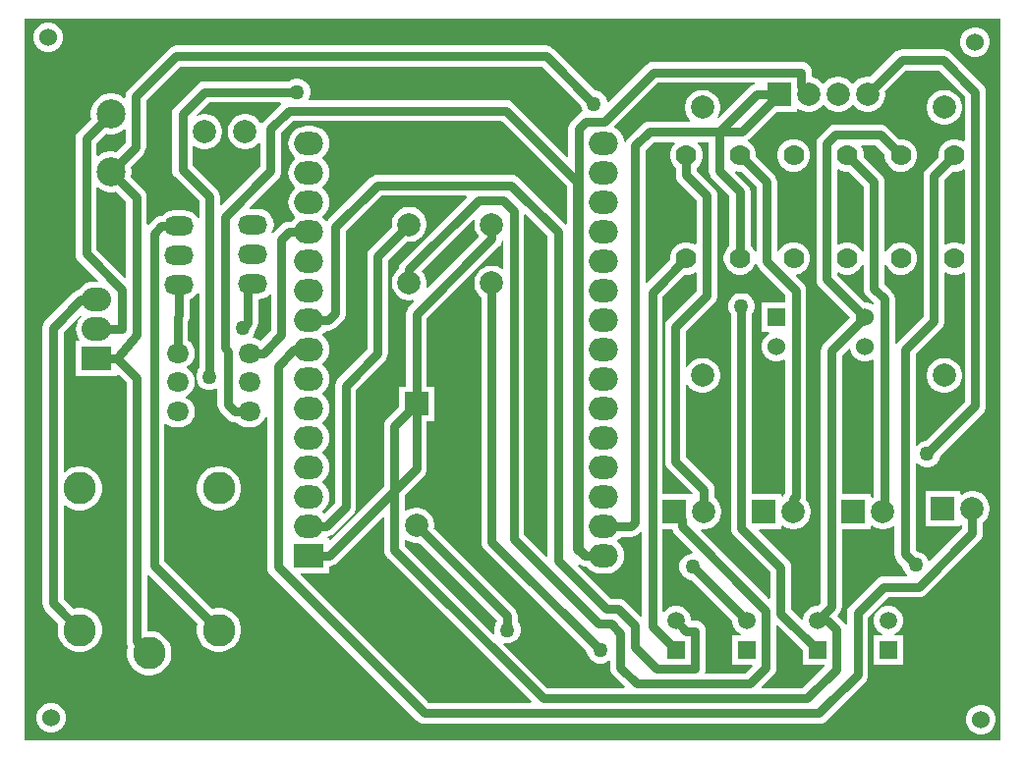
<source format=gtl>
G04*
G04 #@! TF.GenerationSoftware,Altium Limited,Altium Designer,21.3.2 (30)*
G04*
G04 Layer_Physical_Order=1*
G04 Layer_Color=255*
%FSTAX24Y24*%
%MOIN*%
G70*
G04*
G04 #@! TF.SameCoordinates,FD8D8422-8178-4DE3-8D18-A0C0927E7843*
G04*
G04*
G04 #@! TF.FilePolarity,Positive*
G04*
G01*
G75*
%ADD43C,0.0300*%
%ADD44C,0.0600*%
%ADD45C,0.0984*%
%ADD46O,0.0750X0.0650*%
%ADD47O,0.1000X0.0660*%
%ADD48R,0.1000X0.0800*%
%ADD49O,0.1000X0.0800*%
%ADD50R,0.0787X0.0787*%
%ADD51C,0.0787*%
%ADD52C,0.0787*%
%ADD53C,0.0700*%
%ADD54O,0.0984X0.0787*%
%ADD55R,0.0984X0.0787*%
%ADD56R,0.0591X0.0591*%
%ADD57C,0.0591*%
%ADD58C,0.1100*%
%ADD59R,0.0600X0.0600*%
%ADD60R,0.0787X0.0787*%
%ADD61C,0.0500*%
G36*
X06095Y01925D02*
X02785D01*
Y04375D01*
X06095D01*
Y01925D01*
D02*
G37*
%LPC*%
G36*
X028716Y0436D02*
X028584D01*
X028457Y043566D01*
X028343Y0435D01*
X02825Y043407D01*
X028184Y043293D01*
X02815Y043166D01*
Y043034D01*
X028184Y042907D01*
X02825Y042793D01*
X028343Y0427D01*
X028457Y042634D01*
X028584Y0426D01*
X028716D01*
X028843Y042634D01*
X028957Y0427D01*
X02905Y042793D01*
X029116Y042907D01*
X02915Y043034D01*
Y043166D01*
X029116Y043293D01*
X02905Y043407D01*
X028957Y0435D01*
X028843Y043566D01*
X028716Y0436D01*
D02*
G37*
G36*
X060166Y04345D02*
X060034D01*
X059907Y043416D01*
X059793Y04335D01*
X0597Y043257D01*
X059634Y043143D01*
X0596Y043016D01*
Y042884D01*
X059634Y042757D01*
X0597Y042643D01*
X059793Y04255D01*
X059907Y042484D01*
X060034Y04245D01*
X060166D01*
X060293Y042484D01*
X060407Y04255D01*
X0605Y042643D01*
X060566Y042757D01*
X0606Y042884D01*
Y043016D01*
X060566Y043143D01*
X0605Y043257D01*
X060407Y04335D01*
X060293Y043416D01*
X060166Y04345D01*
D02*
G37*
G36*
X033Y042823D02*
X032909Y042811D01*
X032823Y042776D01*
X03275Y04272D01*
X03138Y04135D01*
X031324Y041277D01*
X031289Y041191D01*
X031277Y0411D01*
Y041064D01*
X031231Y041045D01*
X031228Y041048D01*
X031114Y041124D01*
X030989Y041176D01*
X030855Y041203D01*
X030718D01*
X030585Y041176D01*
X030459Y041124D01*
X030345Y041048D01*
X030249Y040952D01*
X030173Y040838D01*
X030121Y040712D01*
X030095Y040579D01*
Y040442D01*
X030115Y040338D01*
X02969Y039913D01*
X029634Y03984D01*
X029599Y039755D01*
X029587Y039664D01*
Y03576D01*
X029599Y035669D01*
X029634Y035583D01*
X02969Y03551D01*
X030352Y034849D01*
X030333Y034803D01*
X0302D01*
X030082Y034791D01*
X029969Y034757D01*
X029865Y034701D01*
X029774Y034626D01*
X029707Y034545D01*
X029679Y034541D01*
X029593Y034506D01*
X02952Y03445D01*
X02857Y0335D01*
X028514Y033427D01*
X028479Y033341D01*
X028467Y03325D01*
Y023891D01*
X028479Y0238D01*
X028514Y023715D01*
X02857Y023641D01*
X029003Y023208D01*
X029002Y023206D01*
X028974Y023061D01*
Y022914D01*
X029002Y022769D01*
X029059Y022632D01*
X029141Y022509D01*
X029246Y022405D01*
X029368Y022323D01*
X029505Y022266D01*
X02965Y022237D01*
X029798D01*
X029942Y022266D01*
X030079Y022323D01*
X030202Y022405D01*
X030306Y022509D01*
X030388Y022632D01*
X030445Y022769D01*
X030474Y022914D01*
Y023061D01*
X030445Y023206D01*
X030388Y023343D01*
X030306Y023466D01*
X030202Y02357D01*
X030079Y023652D01*
X029942Y023709D01*
X029798Y023737D01*
X02965D01*
X029505Y023709D01*
X029503Y023708D01*
X029173Y024037D01*
Y027215D01*
X029219Y027235D01*
X029246Y027208D01*
X029369Y027126D01*
X029505Y027069D01*
X02965Y027041D01*
X029798D01*
X029943Y027069D01*
X030079Y027126D01*
X030202Y027208D01*
X030306Y027312D01*
X030389Y027435D01*
X030445Y027572D01*
X030474Y027717D01*
Y027864D01*
X030445Y028009D01*
X030389Y028146D01*
X030306Y028269D01*
X030202Y028373D01*
X030079Y028455D01*
X029943Y028512D01*
X029798Y028541D01*
X02965D01*
X029505Y028512D01*
X029369Y028455D01*
X029246Y028373D01*
X029219Y028347D01*
X029173Y028366D01*
Y033104D01*
X029783Y033714D01*
X029795Y033709D01*
X029804Y033651D01*
X029774Y033626D01*
X029699Y033535D01*
X029643Y033431D01*
X029609Y033318D01*
X029597Y0332D01*
X029609Y033082D01*
X029643Y032969D01*
X029699Y032865D01*
X029715Y032845D01*
X029694Y0328D01*
X0296D01*
Y0316D01*
X031D01*
Y031635D01*
X031046Y031655D01*
X031317Y031384D01*
Y022616D01*
X031329Y022525D01*
X031364Y022439D01*
X03137Y022432D01*
X031365Y022419D01*
X031336Y022274D01*
Y022126D01*
X031365Y021981D01*
X031421Y021845D01*
X031503Y021722D01*
X031608Y021617D01*
X031731Y021535D01*
X031867Y021479D01*
X032012Y02145D01*
X03216D01*
X032305Y021479D01*
X032441Y021535D01*
X032564Y021617D01*
X032668Y021722D01*
X032751Y021845D01*
X032807Y021981D01*
X032836Y022126D01*
Y022274D01*
X032807Y022419D01*
X032751Y022555D01*
X032668Y022678D01*
X032564Y022783D01*
X032441Y022865D01*
X032305Y022921D01*
X03216Y02295D01*
X032023D01*
Y024848D01*
X032069Y024867D01*
X033728Y023208D01*
X033727Y023206D01*
X033698Y023061D01*
Y022914D01*
X033727Y022769D01*
X033783Y022632D01*
X033866Y022509D01*
X03397Y022405D01*
X034093Y022323D01*
X034229Y022266D01*
X034374Y022237D01*
X034522D01*
X034667Y022266D01*
X034803Y022323D01*
X034926Y022405D01*
X035031Y022509D01*
X035113Y022632D01*
X035169Y022769D01*
X035198Y022914D01*
Y023061D01*
X035169Y023206D01*
X035113Y023343D01*
X035031Y023466D01*
X034926Y02357D01*
X034803Y023652D01*
X034667Y023709D01*
X034522Y023737D01*
X034374D01*
X034229Y023709D01*
X034227Y023708D01*
X032603Y025332D01*
Y02997D01*
X032653Y029994D01*
X032735Y029931D01*
X032863Y029879D01*
X033Y02986D01*
X0331D01*
X033237Y029879D01*
X033365Y029931D01*
X033474Y030016D01*
X033559Y030125D01*
X033611Y030253D01*
X03363Y03039D01*
X033611Y030527D01*
X033559Y030655D01*
X033474Y030764D01*
X033365Y030849D01*
X033313Y03087D01*
Y03092D01*
X033365Y030941D01*
X033474Y031026D01*
X033559Y031135D01*
X033611Y031263D01*
X03363Y0314D01*
X033611Y031537D01*
X033559Y031665D01*
X033474Y031774D01*
X033365Y031859D01*
X033349Y031865D01*
Y031915D01*
X033365Y031921D01*
X033474Y032006D01*
X033559Y032115D01*
X033611Y032243D01*
X03363Y03238D01*
X033611Y032517D01*
X033559Y032645D01*
X033474Y032754D01*
X033403Y032809D01*
Y03348D01*
X033406Y033483D01*
X033441Y033569D01*
X033453Y03366D01*
Y034202D01*
X033537Y034237D01*
X033648Y034322D01*
X033727Y034425D01*
X033777Y034419D01*
Y031863D01*
X03377Y031856D01*
X033711Y031754D01*
X03368Y031639D01*
Y031521D01*
X033711Y031406D01*
X03377Y031304D01*
X033854Y03122D01*
X033956Y031161D01*
X034071Y03113D01*
X034189D01*
X034304Y031161D01*
X034354Y03119D01*
X034397Y031165D01*
Y03064D01*
X034409Y030549D01*
X034444Y030463D01*
X0345Y03039D01*
X03475Y03014D01*
X034823Y030084D01*
X034909Y030049D01*
X035Y030037D01*
X035037D01*
X035053Y030016D01*
X035163Y029931D01*
X035291Y029879D01*
X035428Y02986D01*
X035528D01*
X035665Y029879D01*
X035793Y029931D01*
X035902Y030016D01*
X035986Y030125D01*
X036039Y030253D01*
X036087Y030243D01*
Y02513D01*
X036099Y025039D01*
X036134Y024953D01*
X03619Y02488D01*
X041166Y019905D01*
X041239Y019849D01*
X041324Y019814D01*
X041415Y019802D01*
X054805D01*
X054896Y019814D01*
X054981Y019849D01*
X055054Y019905D01*
X05636Y02121D01*
X056416Y021283D01*
X056451Y021369D01*
X056463Y02146D01*
Y023414D01*
X057146Y024097D01*
X05818D01*
X058271Y024109D01*
X058357Y024144D01*
X05843Y0242D01*
X06025Y02602D01*
X060306Y026093D01*
X060341Y026179D01*
X060353Y02627D01*
Y026622D01*
X060378Y026639D01*
X060461Y026722D01*
X060526Y026819D01*
X060571Y026927D01*
X060594Y027042D01*
Y027158D01*
X060571Y027273D01*
X060526Y027381D01*
X060461Y027478D01*
X060378Y027561D01*
X060281Y027626D01*
X060173Y027671D01*
X060058Y027694D01*
X059942D01*
X059827Y027671D01*
X059719Y027626D01*
X059644Y027576D01*
X059594Y027603D01*
Y027694D01*
X058406D01*
Y026506D01*
X059594D01*
Y026543D01*
X059644Y026571D01*
X059647Y026569D01*
Y026416D01*
X058557Y025326D01*
X058509Y025339D01*
X058499Y025374D01*
X05844Y025476D01*
X058356Y02556D01*
X058254Y025619D01*
X058139Y02565D01*
X058129D01*
X058073Y025706D01*
Y028652D01*
X058123Y028671D01*
X058194Y0286D01*
X058296Y028541D01*
X058411Y02851D01*
X058529D01*
X058644Y028541D01*
X058746Y0286D01*
X05883Y028684D01*
X058889Y028786D01*
X05892Y028901D01*
Y028911D01*
X06035Y03034D01*
X060406Y030413D01*
X060441Y030499D01*
X060453Y03059D01*
Y04125D01*
X060441Y041341D01*
X060406Y041427D01*
X06035Y0415D01*
X05926Y04259D01*
X059187Y042646D01*
X059101Y042681D01*
X05901Y042693D01*
X057615D01*
X057524Y042681D01*
X057438Y042646D01*
X057365Y04259D01*
X056538Y041763D01*
X056508Y041769D01*
X056392D01*
X056277Y041746D01*
X056169Y041701D01*
X056072Y041636D01*
X055989Y041553D01*
X055975Y041533D01*
X055925D01*
X055911Y041553D01*
X055828Y041636D01*
X055731Y041701D01*
X055623Y041746D01*
X055508Y041769D01*
X055392D01*
X055277Y041746D01*
X055169Y041701D01*
X055072Y041636D01*
X054989Y041553D01*
X054975Y041533D01*
X054925D01*
X054911Y041553D01*
X054828Y041636D01*
X054731Y041701D01*
X054623Y041746D01*
X054553Y04176D01*
Y04192D01*
X054541Y042011D01*
X054506Y042097D01*
X05445Y04217D01*
X054377Y042226D01*
X054291Y042261D01*
X0542Y042273D01*
X04919D01*
X049099Y042261D01*
X049014Y042226D01*
X048941Y04217D01*
X047665Y040894D01*
X047618Y040918D01*
X047589Y041024D01*
X04753Y041126D01*
X047446Y04121D01*
X047344Y041269D01*
X047229Y0413D01*
X047219D01*
X0458Y04272D01*
X045727Y042776D01*
X045641Y042811D01*
X04555Y042823D01*
X033D01*
X033Y042823D01*
D02*
G37*
G36*
X034522Y028541D02*
X034374D01*
X034229Y028512D01*
X034093Y028455D01*
X03397Y028373D01*
X033865Y028269D01*
X033783Y028146D01*
X033727Y028009D01*
X033698Y027864D01*
Y027717D01*
X033727Y027572D01*
X033783Y027435D01*
X033865Y027312D01*
X03397Y027208D01*
X034093Y027126D01*
X034229Y027069D01*
X034374Y027041D01*
X034522D01*
X034667Y027069D01*
X034803Y027126D01*
X034926Y027208D01*
X03503Y027312D01*
X035113Y027435D01*
X035169Y027572D01*
X035198Y027717D01*
Y027864D01*
X035169Y028009D01*
X035113Y028146D01*
X03503Y028269D01*
X034926Y028373D01*
X034803Y028455D01*
X034667Y028512D01*
X034522Y028541D01*
D02*
G37*
G36*
X057215Y023795D02*
X057085D01*
X056959Y023762D01*
X056846Y023696D01*
X056754Y023604D01*
X056688Y023491D01*
X056655Y023365D01*
Y023235D01*
X056688Y023109D01*
X056754Y022996D01*
X056846Y022904D01*
X056947Y022845D01*
X056934Y022795D01*
X056655D01*
Y021805D01*
X057645D01*
Y022795D01*
X057366D01*
X057353Y022845D01*
X057454Y022904D01*
X057546Y022996D01*
X057612Y023109D01*
X057645Y023235D01*
Y023365D01*
X057612Y023491D01*
X057546Y023604D01*
X057454Y023696D01*
X057341Y023762D01*
X057215Y023795D01*
D02*
G37*
G36*
X028816Y0205D02*
X028684D01*
X028557Y020466D01*
X028443Y0204D01*
X02835Y020307D01*
X028284Y020193D01*
X02825Y020066D01*
Y019934D01*
X028284Y019807D01*
X02835Y019693D01*
X028443Y0196D01*
X028557Y019534D01*
X028684Y0195D01*
X028816D01*
X028943Y019534D01*
X029057Y0196D01*
X02915Y019693D01*
X029216Y019807D01*
X02925Y019934D01*
Y020066D01*
X029216Y020193D01*
X02915Y020307D01*
X029057Y0204D01*
X028943Y020466D01*
X028816Y0205D01*
D02*
G37*
G36*
X060366Y02045D02*
X060234D01*
X060107Y020416D01*
X059993Y02035D01*
X0599Y020257D01*
X059834Y020143D01*
X0598Y020016D01*
Y019884D01*
X059834Y019757D01*
X0599Y019643D01*
X059993Y01955D01*
X060107Y019484D01*
X060234Y01945D01*
X060366D01*
X060493Y019484D01*
X060607Y01955D01*
X0607Y019643D01*
X060766Y019757D01*
X0608Y019884D01*
Y020016D01*
X060766Y020143D01*
X0607Y020257D01*
X060607Y02035D01*
X060493Y020416D01*
X060366Y02045D01*
D02*
G37*
%LPD*%
G36*
X059747Y041104D02*
Y039592D01*
X059697Y039564D01*
X059612Y039613D01*
X059472Y03965D01*
X059328D01*
X059188Y039613D01*
X059062Y03954D01*
X05896Y039438D01*
X058887Y039312D01*
X05885Y039172D01*
Y039049D01*
X05845Y03865D01*
X058394Y038577D01*
X058359Y038491D01*
X058347Y0384D01*
Y033626D01*
X05747Y03275D01*
X057423Y032688D01*
X057373Y032701D01*
Y03423D01*
X057361Y034321D01*
X057326Y034407D01*
X05727Y03448D01*
X057023Y034726D01*
Y03537D01*
X057029Y035372D01*
X057073Y035378D01*
X05714Y035262D01*
X057242Y03516D01*
X057368Y035087D01*
X057508Y03505D01*
X057652D01*
X057792Y035087D01*
X057918Y03516D01*
X05802Y035262D01*
X058093Y035388D01*
X05813Y035528D01*
Y035672D01*
X058093Y035812D01*
X05802Y035938D01*
X057918Y03604D01*
X057792Y036113D01*
X057652Y03615D01*
X057508D01*
X057368Y036113D01*
X057242Y03604D01*
X05714Y035938D01*
X057073Y035822D01*
X057029Y035828D01*
X057023Y03583D01*
Y03819D01*
X057011Y038281D01*
X056976Y038367D01*
X05692Y03844D01*
X05631Y039049D01*
Y039172D01*
X056273Y039312D01*
X056224Y039397D01*
X056252Y039447D01*
X056734D01*
X05703Y039151D01*
Y039028D01*
X057067Y038888D01*
X05714Y038762D01*
X057242Y03866D01*
X057368Y038587D01*
X057508Y03855D01*
X057652D01*
X057792Y038587D01*
X057918Y03866D01*
X05802Y038762D01*
X058093Y038888D01*
X05813Y039028D01*
Y039172D01*
X058093Y039312D01*
X05802Y039438D01*
X057918Y03954D01*
X057792Y039613D01*
X057652Y03965D01*
X057529D01*
X05713Y04005D01*
X057057Y040106D01*
X056971Y040141D01*
X05688Y040153D01*
X05536D01*
X055269Y040141D01*
X055183Y040106D01*
X05511Y04005D01*
X05481Y03975D01*
X054754Y039677D01*
X054719Y039591D01*
X054707Y0395D01*
Y034895D01*
X054719Y034803D01*
X054754Y034718D01*
X05481Y034645D01*
X05586Y033595D01*
Y033593D01*
X05497Y032703D01*
X054914Y03263D01*
X054879Y032545D01*
X054867Y032454D01*
Y023916D01*
X054746Y023795D01*
X054685D01*
X054559Y023762D01*
X054446Y023696D01*
X054354Y023604D01*
X054288Y023491D01*
X054255Y023365D01*
Y02336D01*
X054209Y023341D01*
X053853Y023696D01*
Y02512D01*
X053841Y025211D01*
X053806Y025297D01*
X05375Y02537D01*
X052759Y02636D01*
X052778Y026406D01*
X053527D01*
Y026497D01*
X053577Y026524D01*
X053652Y026474D01*
X05376Y026429D01*
X053875Y026406D01*
X053992D01*
X054107Y026429D01*
X054215Y026474D01*
X054312Y026539D01*
X054394Y026622D01*
X054459Y026719D01*
X054504Y026827D01*
X054527Y026942D01*
Y027058D01*
X054504Y027173D01*
X054459Y027281D01*
X054394Y027378D01*
X054353Y02742D01*
X054363Y0275D01*
X054363Y0275D01*
Y03452D01*
X054351Y034611D01*
X054316Y034697D01*
X05426Y03477D01*
X054027Y035002D01*
X054042Y035058D01*
X054152Y035087D01*
X054278Y03516D01*
X05438Y035262D01*
X054453Y035388D01*
X05449Y035528D01*
Y035672D01*
X054453Y035812D01*
X05438Y035938D01*
X054278Y03604D01*
X054152Y036113D01*
X054012Y03615D01*
X053868D01*
X053728Y036113D01*
X053602Y03604D01*
X0535Y035938D01*
X053433Y035822D01*
X053389Y035828D01*
X053383Y03583D01*
Y03819D01*
X053371Y038281D01*
X053336Y038367D01*
X05328Y03844D01*
X05267Y039049D01*
Y039172D01*
X052633Y039312D01*
X05256Y039438D01*
X052458Y03954D01*
X052396Y039576D01*
X052393Y039626D01*
X052425Y03965D01*
X053356Y040581D01*
X054044D01*
Y040672D01*
X054094Y040699D01*
X054169Y040649D01*
X054277Y040604D01*
X054392Y040581D01*
X054508D01*
X054623Y040604D01*
X054731Y040649D01*
X054828Y040714D01*
X054911Y040797D01*
X054925Y040817D01*
X054975D01*
X054989Y040797D01*
X055072Y040714D01*
X055169Y040649D01*
X055277Y040604D01*
X055392Y040581D01*
X055508D01*
X055623Y040604D01*
X055731Y040649D01*
X055828Y040714D01*
X055911Y040797D01*
X055925Y040817D01*
X055975D01*
X055989Y040797D01*
X056072Y040714D01*
X056169Y040649D01*
X056277Y040604D01*
X056392Y040581D01*
X056508D01*
X056623Y040604D01*
X056731Y040649D01*
X056828Y040714D01*
X056911Y040797D01*
X056976Y040894D01*
X057021Y041002D01*
X057044Y041117D01*
Y041233D01*
X057038Y041263D01*
X057761Y041987D01*
X058864D01*
X059747Y041104D01*
D02*
G37*
G36*
X052611Y041517D02*
X052604Y041516D01*
X052518Y041481D01*
X052445Y041425D01*
X051379Y040359D01*
X051341Y04039D01*
X051376Y040444D01*
X051421Y040552D01*
X051444Y040667D01*
Y040783D01*
X051421Y040898D01*
X051376Y041006D01*
X051311Y041103D01*
X051228Y041186D01*
X051131Y041251D01*
X051023Y041296D01*
X050908Y041319D01*
X050792D01*
X050677Y041296D01*
X050569Y041251D01*
X050472Y041186D01*
X050389Y041103D01*
X050324Y041006D01*
X050279Y040898D01*
X050256Y040783D01*
Y040667D01*
X050279Y040552D01*
X050324Y040444D01*
X050389Y040347D01*
X050432Y040303D01*
X050412Y040253D01*
X04904D01*
X048949Y040241D01*
X048863Y040206D01*
X04879Y04015D01*
X04832Y03968D01*
X048264Y039607D01*
X04824Y039549D01*
X048189Y039556D01*
X048184Y039616D01*
X04815Y039728D01*
X048094Y039831D01*
X04802Y039922D01*
X04793Y039996D01*
X047869Y040029D01*
X04786Y04009D01*
X049336Y041567D01*
X052608D01*
X052611Y041517D01*
D02*
G37*
G36*
X036548Y040847D02*
X03595Y04025D01*
X035911Y040198D01*
X035901Y040195D01*
X035854Y040198D01*
X035851Y040199D01*
X035798Y040279D01*
X035715Y040361D01*
X035618Y040426D01*
X03551Y040471D01*
X035395Y040494D01*
X035279D01*
X035164Y040471D01*
X035056Y040426D01*
X034959Y040361D01*
X034876Y040279D01*
X034811Y040181D01*
X034766Y040073D01*
X034743Y039959D01*
Y039842D01*
X034766Y039727D01*
X034811Y039619D01*
X034876Y039522D01*
X034959Y039439D01*
X035056Y039374D01*
X035164Y039329D01*
X035279Y039307D01*
X035395D01*
X03551Y039329D01*
X035618Y039374D01*
X035715Y039439D01*
X035797Y039521D01*
X035809Y03952D01*
X035847Y039509D01*
Y038706D01*
X034529Y037388D01*
X034483Y037408D01*
Y0377D01*
X034471Y037791D01*
X034436Y037877D01*
X03438Y03795D01*
X03438Y03795D01*
X033563Y038766D01*
Y039393D01*
X033613Y03942D01*
X033682Y039374D01*
X03379Y039329D01*
X033905Y039307D01*
X034021D01*
X034136Y039329D01*
X034244Y039374D01*
X034341Y039439D01*
X034424Y039522D01*
X034489Y039619D01*
X034534Y039727D01*
X034557Y039842D01*
Y039959D01*
X034534Y040073D01*
X034489Y040181D01*
X034424Y040279D01*
X034341Y040361D01*
X034244Y040426D01*
X034136Y040471D01*
X034021Y040494D01*
X033905D01*
X03379Y040471D01*
X033724Y040444D01*
X033695Y040486D01*
X034106Y040897D01*
X036527D01*
X036548Y040847D01*
D02*
G37*
G36*
X031277Y039957D02*
Y039531D01*
X030959Y039213D01*
X030855Y039234D01*
X030718D01*
X030585Y039207D01*
X030459Y039155D01*
X030345Y03908D01*
X030339Y039073D01*
X030293Y039092D01*
Y039518D01*
X030614Y039839D01*
X030718Y039818D01*
X030855D01*
X030989Y039845D01*
X031114Y039897D01*
X031228Y039973D01*
X031231Y039976D01*
X031277Y039957D01*
D02*
G37*
G36*
X04672Y040801D02*
Y040791D01*
X046751Y040676D01*
X046783Y040621D01*
X046767Y040574D01*
X046723Y040556D01*
X04665Y0405D01*
X0464Y04025D01*
X046344Y040177D01*
X046309Y040091D01*
X046297Y04D01*
Y039068D01*
X046251Y039048D01*
X044434Y040865D01*
X044361Y040921D01*
X044276Y040957D01*
X044184Y040969D01*
X037505D01*
X037476Y041019D01*
X037509Y041076D01*
X03754Y041191D01*
Y041309D01*
X037509Y041424D01*
X03745Y041526D01*
X037366Y04161D01*
X037264Y041669D01*
X037149Y0417D01*
X037031D01*
X036916Y041669D01*
X036814Y04161D01*
X036807Y041603D01*
X03396D01*
X033869Y041591D01*
X033783Y041556D01*
X03371Y0415D01*
X03296Y04075D01*
X032904Y040677D01*
X032869Y040591D01*
X032857Y0405D01*
Y03862D01*
X032869Y038529D01*
X032904Y038443D01*
X03296Y03837D01*
X033777Y037554D01*
Y036981D01*
X033727Y036975D01*
X033648Y037078D01*
X033537Y037163D01*
X033408Y037216D01*
X03327Y037235D01*
X03293D01*
X032792Y037216D01*
X032663Y037163D01*
X032552Y037078D01*
X032533Y037053D01*
X0325D01*
X032409Y037041D01*
X032323Y037006D01*
X03225Y03695D01*
X032049Y036748D01*
X032003Y036768D01*
Y037679D01*
X031991Y03777D01*
X031956Y037855D01*
X0319Y037928D01*
X031458Y03837D01*
X031479Y038474D01*
Y03861D01*
X031458Y038714D01*
X03188Y039136D01*
X031936Y039209D01*
X031971Y039294D01*
X031983Y039385D01*
Y040954D01*
X033146Y042117D01*
X045404D01*
X04672Y040801D01*
D02*
G37*
G36*
X046247Y038054D02*
Y036764D01*
X0462Y036748D01*
X046193Y036757D01*
X046193Y036757D01*
X04462Y03833D01*
X044547Y038386D01*
X044461Y038421D01*
X04437Y038433D01*
X03982D01*
X039729Y038421D01*
X039643Y038386D01*
X03957Y03833D01*
X03815Y03691D01*
X038124Y036875D01*
X03806Y036874D01*
X03802Y036922D01*
X037964Y036968D01*
Y037032D01*
X03802Y037078D01*
X038094Y037169D01*
X03815Y037272D01*
X038184Y037384D01*
X038195Y0375D01*
X038184Y037616D01*
X03815Y037728D01*
X038094Y037831D01*
X03802Y037922D01*
X037964Y037968D01*
Y038032D01*
X03802Y038078D01*
X038094Y038169D01*
X03815Y038272D01*
X038184Y038384D01*
X038195Y0385D01*
X038184Y038616D01*
X03815Y038728D01*
X038094Y038831D01*
X03802Y038922D01*
X037964Y038968D01*
Y039032D01*
X03802Y039078D01*
X038094Y039169D01*
X03815Y039272D01*
X038184Y039384D01*
X038195Y0395D01*
X038184Y039616D01*
X03815Y039728D01*
X038094Y039831D01*
X03802Y039922D01*
X03793Y039996D01*
X037827Y040051D01*
X037715Y040085D01*
X037598Y040097D01*
X037402D01*
X037285Y040085D01*
X037173Y040051D01*
X03707Y039996D01*
X03698Y039922D01*
X036906Y039831D01*
X03685Y039728D01*
X036816Y039616D01*
X036805Y0395D01*
X036816Y039384D01*
X03685Y039272D01*
X036906Y039169D01*
X03698Y039078D01*
X037036Y039032D01*
Y038968D01*
X03698Y038922D01*
X036906Y038831D01*
X03685Y038728D01*
X036816Y038616D01*
X036805Y0385D01*
X036816Y038384D01*
X03685Y038272D01*
X036906Y038169D01*
X03698Y038078D01*
X037036Y038032D01*
Y037968D01*
X03698Y037922D01*
X036906Y037831D01*
X03685Y037728D01*
X036816Y037616D01*
X036805Y0375D01*
X036816Y037384D01*
X03685Y037272D01*
X036906Y037169D01*
X03698Y037078D01*
X037036Y037032D01*
Y036968D01*
X03698Y036922D01*
X036923Y036853D01*
X03681D01*
X036719Y036841D01*
X036633Y036806D01*
X03656Y03675D01*
X03631Y0365D01*
X036276Y036455D01*
X036236Y036483D01*
X036289Y036612D01*
X036307Y03675D01*
X036289Y036888D01*
X036236Y037017D01*
X036151Y037128D01*
X03604Y037213D01*
X035911Y037266D01*
X035773Y037285D01*
X035495D01*
X035474Y037335D01*
X03645Y03831D01*
X036506Y038383D01*
X036541Y038469D01*
X036553Y03856D01*
Y039854D01*
X036962Y040263D01*
X044038D01*
X046247Y038054D01*
D02*
G37*
G36*
X042847Y037681D02*
X04065Y035485D01*
X040594Y035411D01*
X040559Y035326D01*
X040549Y035248D01*
X040522Y03523D01*
X040439Y035147D01*
X040374Y03505D01*
X040329Y034942D01*
X040306Y034827D01*
Y034711D01*
X040329Y034596D01*
X040374Y034488D01*
X040439Y034391D01*
X040522Y034308D01*
X040619Y034243D01*
X040727Y034198D01*
X040842Y034175D01*
X040958D01*
X041022Y034188D01*
X041077Y034148D01*
X041078Y034137D01*
X0409Y03396D01*
X040844Y033887D01*
X040809Y033801D01*
X040797Y03371D01*
Y031253D01*
X040556D01*
Y030565D01*
X04015Y030159D01*
X040094Y030086D01*
X040059Y03D01*
X040047Y029909D01*
Y027856D01*
X038238Y026048D01*
X038192Y026067D01*
Y026094D01*
X038144D01*
X038115Y026144D01*
X03812Y026151D01*
X038181Y026159D01*
X038267Y026194D01*
X03834Y02625D01*
X039Y02691D01*
X039056Y026983D01*
X039091Y027069D01*
X039103Y02716D01*
Y031134D01*
X04008Y03211D01*
X040136Y032183D01*
X040171Y032269D01*
X040183Y03236D01*
Y035534D01*
X040812Y036162D01*
X040842Y036156D01*
X040958D01*
X041073Y036179D01*
X041181Y036224D01*
X041278Y036289D01*
X041361Y036372D01*
X041426Y036469D01*
X041471Y036577D01*
X041494Y036692D01*
Y036808D01*
X041471Y036923D01*
X041426Y037031D01*
X041361Y037128D01*
X041278Y037211D01*
X041181Y037276D01*
X041073Y037321D01*
X040958Y037344D01*
X040842D01*
X040727Y037321D01*
X040619Y037276D01*
X040522Y037211D01*
X040439Y037128D01*
X040374Y037031D01*
X040329Y036923D01*
X040306Y036808D01*
Y036692D01*
X040312Y036662D01*
X03958Y03593D01*
X039524Y035857D01*
X039489Y035771D01*
X039477Y03568D01*
Y032506D01*
X0385Y03153D01*
X038444Y031457D01*
X038409Y031371D01*
X038397Y03128D01*
Y027306D01*
X038016Y026925D01*
X037964Y026968D01*
Y027032D01*
X03802Y027078D01*
X038094Y027169D01*
X03815Y027272D01*
X038184Y027384D01*
X038195Y0275D01*
X038184Y027616D01*
X03815Y027728D01*
X038094Y027831D01*
X03802Y027922D01*
X037964Y027968D01*
Y028032D01*
X03802Y028078D01*
X038094Y028169D01*
X03815Y028272D01*
X038184Y028384D01*
X038195Y0285D01*
X038184Y028616D01*
X03815Y028728D01*
X038094Y028831D01*
X03802Y028922D01*
X037964Y028968D01*
Y029032D01*
X03802Y029078D01*
X038094Y029169D01*
X03815Y029272D01*
X038184Y029384D01*
X038195Y0295D01*
X038184Y029616D01*
X03815Y029728D01*
X038094Y029831D01*
X03802Y029922D01*
X037964Y029968D01*
Y030032D01*
X03802Y030078D01*
X038094Y030169D01*
X03815Y030272D01*
X038184Y030384D01*
X038195Y0305D01*
X038184Y030616D01*
X03815Y030728D01*
X038094Y030831D01*
X03802Y030922D01*
X037964Y030968D01*
Y031032D01*
X03802Y031078D01*
X038094Y031169D01*
X03815Y031272D01*
X038184Y031384D01*
X038195Y0315D01*
X038184Y031616D01*
X03815Y031728D01*
X038094Y031831D01*
X03802Y031922D01*
X037964Y031968D01*
Y032032D01*
X03802Y032078D01*
X038094Y032169D01*
X03815Y032272D01*
X038184Y032384D01*
X038195Y0325D01*
X038184Y032616D01*
X03815Y032728D01*
X038094Y032831D01*
X03802Y032922D01*
X037964Y032968D01*
Y033032D01*
X03802Y033078D01*
X038077Y033147D01*
X03815D01*
X038241Y033159D01*
X038327Y033194D01*
X0384Y03325D01*
X03865Y0335D01*
X038706Y033573D01*
X038741Y033659D01*
X038753Y03375D01*
Y036514D01*
X039966Y037727D01*
X042827D01*
X042847Y037681D01*
D02*
G37*
G36*
X059747Y038608D02*
Y036092D01*
X059697Y036064D01*
X059612Y036113D01*
X059472Y03615D01*
X059328D01*
X059188Y036113D01*
X059103Y036064D01*
X059053Y036092D01*
Y038254D01*
X059349Y03855D01*
X059472D01*
X059612Y038587D01*
X059697Y038636D01*
X059747Y038608D01*
D02*
G37*
G36*
X049919Y039497D02*
X04986Y039438D01*
X049787Y039312D01*
X04975Y039172D01*
Y039028D01*
X049787Y038888D01*
X04986Y038762D01*
X049947Y038675D01*
Y038424D01*
X049959Y038333D01*
X049994Y038247D01*
X05005Y038174D01*
X050647Y037578D01*
Y036092D01*
X050597Y036064D01*
X050512Y036113D01*
X050372Y03615D01*
X050228D01*
X050088Y036113D01*
X049962Y03604D01*
X04986Y035938D01*
X049787Y035812D01*
X04975Y035672D01*
Y035549D01*
X048969Y034768D01*
X048923Y034788D01*
Y039284D01*
X049186Y039547D01*
X049898D01*
X049919Y039497D01*
D02*
G37*
G36*
X052048Y03855D02*
X052171D01*
X052677Y038044D01*
Y03583D01*
X052671Y035828D01*
X052627Y035822D01*
X05256Y035938D01*
X052473Y036025D01*
Y03787D01*
X052461Y037961D01*
X052426Y038047D01*
X05237Y03812D01*
X05237Y03812D01*
X05197Y038519D01*
X051996Y038564D01*
X052048Y03855D01*
D02*
G37*
G36*
X055548Y038587D02*
X055688Y03855D01*
X055811D01*
X056317Y038044D01*
Y03583D01*
X056311Y035828D01*
X056267Y035822D01*
X0562Y035938D01*
X056098Y03604D01*
X055972Y036113D01*
X055832Y03615D01*
X055688D01*
X055548Y036113D01*
X055463Y036064D01*
X055413Y036092D01*
Y038608D01*
X055463Y038636D01*
X055548Y038587D01*
D02*
G37*
G36*
X044097Y036211D02*
Y035268D01*
X044047Y035242D01*
X043981Y035286D01*
X043873Y03533D01*
X043758Y035353D01*
X043642D01*
X043527Y03533D01*
X043419Y035286D01*
X043322Y035221D01*
X043239Y035138D01*
X043174Y035041D01*
X043129Y034933D01*
X043106Y034818D01*
Y034701D01*
X043129Y034586D01*
X043174Y034478D01*
X043239Y034381D01*
X043322Y034298D01*
X043347Y034281D01*
Y025987D01*
X043359Y025895D01*
X043394Y02581D01*
X04345Y025737D01*
X046937Y022251D01*
Y022241D01*
X046967Y022126D01*
X047027Y022024D01*
X04711Y02194D01*
X047213Y021881D01*
X047328Y02185D01*
X047446D01*
X04756Y021881D01*
X047657Y021936D01*
X047707Y021921D01*
Y021703D01*
X047719Y021612D01*
X047754Y021527D01*
X04781Y021454D01*
X04821Y021054D01*
X048191Y021008D01*
X045592D01*
X044092Y022507D01*
X044118Y022552D01*
X044172Y022537D01*
X04429D01*
X044405Y022568D01*
X044507Y022627D01*
X044591Y022711D01*
X04465Y022814D01*
X044681Y022928D01*
Y023047D01*
X04465Y023161D01*
X044591Y023264D01*
X044584Y023271D01*
Y02346D01*
X044572Y023551D01*
X044537Y023637D01*
X044481Y02371D01*
X041738Y026452D01*
X041744Y026482D01*
Y026599D01*
X041721Y026714D01*
X041676Y026822D01*
X041611Y026919D01*
X041528Y027002D01*
X041431Y027067D01*
X041323Y027112D01*
X041208Y027135D01*
X041092D01*
X040977Y027112D01*
X040869Y027067D01*
X040803Y027023D01*
X040753Y02705D01*
Y027564D01*
X0414Y02821D01*
X041456Y028283D01*
X041491Y028369D01*
X041503Y02846D01*
Y030065D01*
X041744D01*
Y031253D01*
X041503D01*
Y033564D01*
X04395Y03601D01*
X044006Y036083D01*
X044041Y036169D01*
X044047Y036214D01*
X044097Y036211D01*
D02*
G37*
G36*
X056311Y035372D02*
X056317Y03537D01*
Y03458D01*
X056329Y034489D01*
X056364Y034403D01*
X05642Y03433D01*
X05666Y03409D01*
X056657Y034052D01*
X056611Y034027D01*
X056553Y03406D01*
X056426Y034094D01*
X05636D01*
X055413Y035041D01*
Y035108D01*
X055463Y035136D01*
X055548Y035087D01*
X055688Y03505D01*
X055832D01*
X055972Y035087D01*
X056098Y03516D01*
X0562Y035262D01*
X056267Y035378D01*
X056311Y035372D01*
D02*
G37*
G36*
X030345Y038004D02*
X030459Y037929D01*
X030585Y037876D01*
X030718Y03785D01*
X030855D01*
X030959Y03787D01*
X031297Y037532D01*
Y034968D01*
X031251Y034948D01*
X030293Y035906D01*
Y037991D01*
X030339Y038011D01*
X030345Y038004D01*
D02*
G37*
G36*
X043124Y036889D02*
X043106Y036799D01*
Y036682D01*
X043129Y036567D01*
X043174Y036459D01*
X043239Y036362D01*
X043271Y03633D01*
X041532Y034591D01*
X041521Y034592D01*
X041481Y034647D01*
X041494Y034711D01*
Y034827D01*
X041471Y034942D01*
X041426Y03505D01*
X041361Y035147D01*
X041336Y035172D01*
X043078Y036914D01*
X043124Y036889D01*
D02*
G37*
G36*
X036207Y034367D02*
Y033136D01*
X035859Y032788D01*
X035793Y032839D01*
X035665Y032891D01*
X035618Y032898D01*
X035601Y032945D01*
X03561Y032954D01*
X035669Y033056D01*
X0357Y033171D01*
Y033187D01*
X035736Y033233D01*
X035771Y033319D01*
X035783Y03341D01*
Y034217D01*
X035911Y034234D01*
X03604Y034287D01*
X036151Y034372D01*
X03616Y034384D01*
X036207Y034367D01*
D02*
G37*
G36*
X059188Y035087D02*
X059328Y03505D01*
X059472D01*
X059612Y035087D01*
X059697Y035136D01*
X059747Y035108D01*
Y030736D01*
X058421Y02941D01*
X058411D01*
X058296Y029379D01*
X058194Y02932D01*
X058123Y029249D01*
X058073Y029268D01*
Y032354D01*
X05895Y03323D01*
X059006Y033303D01*
X059041Y033389D01*
X059053Y03348D01*
Y035108D01*
X059103Y035136D01*
X059188Y035087D01*
D02*
G37*
G36*
X050647Y035108D02*
Y034496D01*
X04968Y03353D01*
X049624Y033457D01*
X049589Y033371D01*
X049577Y03328D01*
Y02872D01*
X049589Y028629D01*
X049624Y028543D01*
X04968Y02847D01*
X050516Y027634D01*
X050486Y027594D01*
X049503D01*
Y034304D01*
X050249Y03505D01*
X050372D01*
X050512Y035087D01*
X050597Y035136D01*
X050647Y035108D01*
D02*
G37*
G36*
X051067Y03857D02*
X051079Y038479D01*
X051114Y038393D01*
X05117Y03832D01*
X051767Y037724D01*
Y036025D01*
X05168Y035938D01*
X051607Y035812D01*
X05157Y035672D01*
Y035528D01*
X051607Y035388D01*
X05168Y035262D01*
X051782Y03516D01*
X051908Y035087D01*
X052048Y03505D01*
X052192D01*
X052332Y035087D01*
X052458Y03516D01*
X05256Y035262D01*
X052633Y035388D01*
X052638Y03541D01*
X052686Y035409D01*
X05269Y035407D01*
X052724Y035323D01*
X05278Y03525D01*
X053657Y034374D01*
Y034094D01*
X05284D01*
Y033094D01*
X053102D01*
X053116Y033044D01*
X053044Y033003D01*
X052951Y03291D01*
X052885Y032796D01*
X052851Y032669D01*
Y032537D01*
X052885Y03241D01*
X052951Y032296D01*
X053044Y032203D01*
X053158Y032137D01*
X053286Y032103D01*
X053417D01*
X053544Y032137D01*
X053614Y032177D01*
X053657Y032152D01*
Y027638D01*
X053628Y0276D01*
X053596Y027523D01*
X05358Y02751D01*
X053577Y027509D01*
X053527Y027545D01*
Y027594D01*
X052523D01*
Y033687D01*
X05253Y033694D01*
X052589Y033796D01*
X05262Y033911D01*
Y034029D01*
X052589Y034144D01*
X05253Y034246D01*
X052446Y03433D01*
X052344Y034389D01*
X052229Y03442D01*
X052111D01*
X051996Y034389D01*
X051894Y03433D01*
X05181Y034246D01*
X051751Y034144D01*
X05172Y034029D01*
Y033911D01*
X051751Y033796D01*
X05181Y033694D01*
X051817Y033687D01*
Y02645D01*
X051829Y026359D01*
X051864Y026273D01*
X05192Y0262D01*
X053147Y024974D01*
Y024068D01*
X053101Y024048D01*
X050782Y026367D01*
X050807Y026413D01*
X050842Y026406D01*
X050958D01*
X051073Y026429D01*
X051181Y026474D01*
X051278Y026539D01*
X051361Y026622D01*
X051426Y026719D01*
X051471Y026827D01*
X051494Y026942D01*
Y027058D01*
X051471Y027173D01*
X051426Y027281D01*
X051361Y027378D01*
X051278Y027461D01*
X051253Y027478D01*
Y02775D01*
X051241Y027841D01*
X051206Y027927D01*
X05115Y028D01*
X050283Y028866D01*
Y031315D01*
X050333Y03133D01*
X050389Y031247D01*
X050472Y031164D01*
X050569Y031099D01*
X050677Y031054D01*
X050792Y031031D01*
X050908D01*
X051023Y031054D01*
X051131Y031099D01*
X051228Y031164D01*
X051311Y031247D01*
X051376Y031344D01*
X051421Y031452D01*
X051444Y031567D01*
Y031683D01*
X051421Y031798D01*
X051376Y031906D01*
X051311Y032003D01*
X051228Y032086D01*
X051131Y032151D01*
X051023Y032196D01*
X050908Y032219D01*
X050792D01*
X050677Y032196D01*
X050569Y032151D01*
X050472Y032086D01*
X050389Y032003D01*
X050333Y03192D01*
X050283Y031935D01*
Y033134D01*
X05125Y0341D01*
X05125Y0341D01*
X051306Y034173D01*
X051341Y034259D01*
X051353Y03435D01*
X051353Y03435D01*
Y037724D01*
X051341Y037815D01*
X051306Y0379D01*
X05125Y037974D01*
X05125Y037974D01*
X050653Y03857D01*
Y038675D01*
X05074Y038762D01*
X050813Y038888D01*
X05085Y039028D01*
Y039172D01*
X050813Y039312D01*
X05074Y039438D01*
X050681Y039497D01*
X050702Y039547D01*
X051067D01*
Y03857D01*
D02*
G37*
G36*
X05586Y03253D02*
Y032525D01*
X055894Y032398D01*
X05596Y032284D01*
X056053Y032191D01*
X056167Y032125D01*
X056295Y032091D01*
X056426D01*
X056553Y032125D01*
X056624Y032166D01*
X056667Y032141D01*
Y027514D01*
X05661Y027476D01*
X05656Y027503D01*
Y027594D01*
X055573D01*
Y032308D01*
X055814Y032549D01*
X05586Y03253D01*
D02*
G37*
G36*
X04559Y036361D02*
Y02548D01*
X045544Y02546D01*
X044803Y026201D01*
Y037082D01*
X044849Y037102D01*
X04559Y036361D01*
D02*
G37*
G36*
X048797Y026302D02*
Y023463D01*
X048751Y023444D01*
X04825Y023945D01*
X048177Y024001D01*
X048091Y024037D01*
X048Y024049D01*
X047741D01*
X046607Y025182D01*
X04664Y02522D01*
X046673Y025194D01*
X046759Y025159D01*
X04685Y025147D01*
X046923D01*
X04698Y025078D01*
X04707Y025004D01*
X047173Y024949D01*
X047285Y024915D01*
X047402Y024903D01*
X047598D01*
X047715Y024915D01*
X047827Y024949D01*
X04793Y025004D01*
X04802Y025078D01*
X048094Y025169D01*
X04815Y025272D01*
X048184Y025384D01*
X048195Y0255D01*
X048184Y025616D01*
X04815Y025728D01*
X048094Y025831D01*
X04802Y025922D01*
X047964Y025968D01*
Y026032D01*
X04802Y026078D01*
X048077Y026147D01*
X04843D01*
X048521Y026159D01*
X048607Y026194D01*
X04868Y02625D01*
X048751Y026322D01*
X048797Y026302D01*
D02*
G37*
G36*
X056685Y026474D02*
X056793Y026429D01*
X056908Y026406D01*
X057025D01*
X05714Y026429D01*
X057248Y026474D01*
X057317Y02652D01*
X057367Y026493D01*
Y02556D01*
X057379Y025469D01*
X057414Y025383D01*
X05747Y02531D01*
X05763Y025151D01*
Y025141D01*
X057661Y025026D01*
X05772Y024924D01*
X057791Y024853D01*
X057772Y024803D01*
X057D01*
X056909Y024791D01*
X056823Y024756D01*
X05675Y0247D01*
X05586Y02381D01*
X055804Y023737D01*
X055769Y023651D01*
X055757Y02356D01*
Y023183D01*
X055707Y023173D01*
X055706Y023177D01*
X05565Y02325D01*
X055424Y023475D01*
X05547Y02352D01*
X055526Y023593D01*
X055561Y023679D01*
X055573Y02377D01*
Y026406D01*
X05656D01*
Y026497D01*
X05661Y026524D01*
X056685Y026474D01*
D02*
G37*
G36*
X040869Y026015D02*
X040977Y02597D01*
X041092Y025947D01*
X041208D01*
X041238Y025953D01*
X043878Y023314D01*
Y023271D01*
X043871Y023264D01*
X043812Y023161D01*
X043781Y023047D01*
Y022928D01*
X043795Y022875D01*
X04375Y022849D01*
X040753Y025846D01*
Y026032D01*
X040803Y026059D01*
X040869Y026015D01*
D02*
G37*
G36*
X049844Y026323D02*
X0499Y02625D01*
X050525Y025626D01*
X050505Y02558D01*
X050461D01*
X050346Y025549D01*
X050244Y02549D01*
X05016Y025406D01*
X050101Y025304D01*
X05007Y025189D01*
Y025071D01*
X050101Y024956D01*
X05016Y024854D01*
X050244Y02477D01*
X050346Y024711D01*
X050461Y02468D01*
X050471D01*
X051855Y023296D01*
Y023235D01*
X051888Y023109D01*
X051954Y022996D01*
X052046Y022904D01*
X052147Y022845D01*
X052134Y022795D01*
X051855D01*
Y021805D01*
X05253D01*
X052549Y021759D01*
X052298Y021508D01*
X050963D01*
X050935Y021549D01*
X050941Y021563D01*
X050953Y021655D01*
Y02295D01*
X050941Y023041D01*
X050906Y023127D01*
X05085Y0232D01*
X050777Y023256D01*
X050691Y023291D01*
X0506Y023303D01*
X050446D01*
X050445Y023304D01*
Y023365D01*
X050412Y023491D01*
X050346Y023604D01*
X050254Y023696D01*
X050141Y023762D01*
X050015Y023795D01*
X049885D01*
X049759Y023762D01*
X049646Y023696D01*
X049554Y023604D01*
X049551Y0236D01*
X049503Y023613D01*
Y026406D01*
X04981D01*
X049844Y026323D01*
D02*
G37*
G36*
X054255Y022296D02*
Y021805D01*
X054985D01*
X055005Y021755D01*
X054258Y021008D01*
X052862D01*
X052843Y021054D01*
X05325Y02146D01*
X05325Y02146D01*
X053306Y021533D01*
X053341Y021619D01*
X053353Y02171D01*
X053353Y02171D01*
Y023132D01*
X053399Y023152D01*
X054255Y022296D01*
D02*
G37*
G36*
X040047Y026792D02*
Y0257D01*
X040059Y025609D01*
X040094Y025523D01*
X04015Y02545D01*
X045047Y020554D01*
X045028Y020508D01*
X041562D01*
X037209Y02486D01*
X037228Y024906D01*
X038192D01*
Y025147D01*
X038281Y025159D01*
X038367Y025194D01*
X03844Y02525D01*
X040001Y026812D01*
X040047Y026792D01*
D02*
G37*
%LPC*%
G36*
X059108Y041319D02*
X058992D01*
X058877Y041296D01*
X058769Y041251D01*
X058672Y041186D01*
X058589Y041103D01*
X058524Y041006D01*
X058479Y040898D01*
X058456Y040783D01*
Y040667D01*
X058479Y040552D01*
X058524Y040444D01*
X058589Y040347D01*
X058672Y040264D01*
X058769Y040199D01*
X058877Y040154D01*
X058992Y040131D01*
X059108D01*
X059223Y040154D01*
X059331Y040199D01*
X059428Y040264D01*
X059511Y040347D01*
X059576Y040444D01*
X059621Y040552D01*
X059644Y040667D01*
Y040783D01*
X059621Y040898D01*
X059576Y041006D01*
X059511Y041103D01*
X059428Y041186D01*
X059331Y041251D01*
X059223Y041296D01*
X059108Y041319D01*
D02*
G37*
G36*
X054012Y03965D02*
X053868D01*
X053728Y039613D01*
X053602Y03954D01*
X0535Y039438D01*
X053427Y039312D01*
X05339Y039172D01*
Y039028D01*
X053427Y038888D01*
X0535Y038762D01*
X053602Y03866D01*
X053728Y038587D01*
X053868Y03855D01*
X054012D01*
X054152Y038587D01*
X054278Y03866D01*
X05438Y038762D01*
X054453Y038888D01*
X05449Y039028D01*
Y039172D01*
X054453Y039312D01*
X05438Y039438D01*
X054278Y03954D01*
X054152Y039613D01*
X054012Y03965D01*
D02*
G37*
G36*
X059108Y032219D02*
X058992D01*
X058877Y032196D01*
X058769Y032151D01*
X058672Y032086D01*
X058589Y032003D01*
X058524Y031906D01*
X058479Y031798D01*
X058456Y031683D01*
Y031567D01*
X058479Y031452D01*
X058524Y031344D01*
X058589Y031247D01*
X058672Y031164D01*
X058769Y031099D01*
X058877Y031054D01*
X058992Y031031D01*
X059108D01*
X059223Y031054D01*
X059331Y031099D01*
X059428Y031164D01*
X059511Y031247D01*
X059576Y031344D01*
X059621Y031452D01*
X059644Y031567D01*
Y031683D01*
X059621Y031798D01*
X059576Y031906D01*
X059511Y032003D01*
X059428Y032086D01*
X059331Y032151D01*
X059223Y032196D01*
X059108Y032219D01*
D02*
G37*
%LPD*%
D43*
X0404Y02771D02*
Y029909D01*
Y0257D02*
Y02771D01*
X04115Y02846D01*
X03819Y0255D02*
X0404Y02771D01*
X056967Y02704D02*
X05702D01*
X0469Y0255D02*
X0475D01*
X04685D02*
X0469D01*
X05142Y0399D02*
X052175D01*
X04904D02*
X05142D01*
X03543Y03341D02*
Y03475D01*
X05475Y0233D02*
X0551D01*
X0554Y023D01*
Y02165D02*
Y023D01*
X054405Y020655D02*
X0554Y02165D01*
X045445Y020655D02*
X054405D01*
X0404Y0257D02*
X045445Y020655D01*
X0404Y029909D02*
X04115Y030659D01*
X0375Y0255D02*
X03819D01*
X04115Y02846D02*
Y030659D01*
X0409Y034769D02*
Y035235D01*
X043245Y03758D01*
X04408D01*
X04445Y03721D01*
Y026055D02*
Y03721D01*
Y026055D02*
X047309Y023196D01*
X04775D01*
X04806Y022886D01*
Y021703D02*
Y022886D01*
Y021703D02*
X048609Y021155D01*
X052445D01*
X053Y02171D01*
Y02365D01*
X05015Y0265D02*
X053Y02365D01*
X05015Y0265D02*
Y02675D01*
X0499Y027D02*
X05015Y02675D01*
X0303Y0322D02*
X031D01*
X03165Y033D01*
Y037679D01*
X030787Y038542D02*
X03165Y037679D01*
X04555Y04247D02*
X04717Y04085D01*
X033Y04247D02*
X04555D01*
X03163Y0411D02*
X033Y04247D01*
X03163Y039385D02*
Y0411D01*
X030787Y038542D02*
X03163Y039385D01*
X0437Y025987D02*
X047387Y0223D01*
X0437Y025987D02*
Y034759D01*
X02994Y039664D02*
X030787Y04051D01*
X02994Y03576D02*
Y039664D01*
Y03576D02*
X03115Y03455D01*
Y03321D02*
Y03455D01*
X0303Y0332D02*
X03115Y03321D01*
X0509Y027D02*
Y02775D01*
X04993Y02872D02*
X0509Y02775D01*
X04993Y02872D02*
Y03328D01*
X051Y03435D01*
Y037724D01*
X0503Y038424D02*
X051Y037724D01*
X0503Y038424D02*
Y0391D01*
X044231Y022987D02*
Y02346D01*
X04115Y026541D02*
X044231Y02346D01*
X0466Y02575D02*
X04685Y0255D01*
X0466Y02575D02*
Y0382D01*
X044184Y040616D02*
X0466Y0382D01*
X036816Y040616D02*
X044184D01*
X0362Y04D02*
X036816Y040616D01*
X0362Y03856D02*
Y04D01*
X034641Y037001D02*
X0362Y03856D01*
X034641Y032555D02*
Y037001D01*
Y032555D02*
X03475Y032446D01*
Y03064D02*
Y032446D01*
Y03064D02*
X035Y03039D01*
X035478D01*
X03413Y03158D02*
Y0377D01*
X03321Y03862D02*
X03413Y0377D01*
X03321Y03862D02*
Y0405D01*
X03396Y04125D01*
X03709D01*
X0375Y0335D02*
X03815D01*
X0384Y03375D01*
Y03666D01*
X03982Y03808D01*
X04437D01*
X045943Y036507D01*
Y025347D02*
Y036507D01*
Y025347D02*
X047594Y023696D01*
X048D01*
X04856Y023136D01*
Y022399D02*
Y023136D01*
Y022399D02*
X049305Y021655D01*
X0506D01*
Y02295D01*
X0503D02*
X0506D01*
X04995Y0233D02*
X0503Y02295D01*
X05217Y02645D02*
Y03397D01*
Y02645D02*
X0535Y02512D01*
Y02355D02*
Y02512D01*
Y02355D02*
X05475Y0223D01*
X04665Y02575D02*
X0469Y0255D01*
X04665Y02575D02*
Y04D01*
X0469Y04025D01*
X04752D01*
X04919Y04192D01*
X0542D01*
Y041425D02*
Y04192D01*
Y041425D02*
X05445Y041175D01*
X06Y02627D02*
Y0271D01*
X05818Y02445D02*
X06Y02627D01*
X057Y02445D02*
X05818D01*
X05611Y02356D02*
X057Y02445D01*
X05611Y02146D02*
Y02356D01*
X054805Y020155D02*
X05611Y02146D01*
X041415Y020155D02*
X054805D01*
X03644Y02513D02*
X041415Y020155D01*
X03644Y02513D02*
Y03195D01*
X03699Y0325D01*
X0375D01*
X03543Y03475D02*
X035603D01*
X03525Y03323D02*
X03543Y03341D01*
X05052Y02513D02*
X05235Y0233D01*
X056967Y027D02*
Y02704D01*
X05702D02*
Y03423D01*
X05667Y03458D02*
X05702Y03423D01*
X05667Y03458D02*
Y03819D01*
X05576Y0391D02*
X05667Y03819D01*
X05645Y041175D02*
X057615Y04234D01*
X05901D01*
X0601Y04125D01*
Y03059D02*
Y04125D01*
X05847Y02896D02*
X0601Y03059D01*
X05772Y02556D02*
X05808Y0252D01*
X05772Y02556D02*
Y0325D01*
X0587Y03348D01*
Y0384D01*
X0594Y0391D01*
X05688Y0398D02*
X05758Y0391D01*
X05536Y0398D02*
X05688D01*
X05506Y0395D02*
X05536Y0398D01*
X05506Y034895D02*
Y0395D01*
Y034895D02*
X05636Y033594D01*
X03681Y0365D02*
X0375D01*
X03656Y03625D02*
X03681Y0365D01*
X03656Y03299D02*
Y03625D01*
X03595Y03238D02*
X03656Y03299D01*
X035478Y03238D02*
X03595D01*
X0375Y0265D02*
X03809D01*
X03875Y02716D01*
Y03128D01*
X03983Y03236D01*
Y03568D01*
X0409Y03675D01*
X0331Y03366D02*
Y0347D01*
X03305Y03361D02*
X0331Y03366D01*
X03305Y03238D02*
Y03361D01*
X04915Y0231D02*
X04995Y0223D01*
X04915Y0231D02*
Y03445D01*
X0503Y0356D01*
X0475Y0265D02*
X04843D01*
X04857Y02664D01*
Y03943D01*
X04904Y0399D01*
X052175D02*
X05345Y041175D01*
X04115Y030659D02*
Y03371D01*
X0437Y03626D01*
Y036741D01*
X052695Y041175D02*
X05345D01*
X05142Y0399D02*
X052695Y041175D01*
X05142Y03857D02*
Y0399D01*
Y03857D02*
X05212Y03787D01*
Y0356D02*
Y03787D01*
X03167Y022616D02*
X032086Y0222D01*
X03167Y022616D02*
Y03153D01*
X031Y0322D02*
X03167Y03153D01*
X05475Y0233D02*
X05522Y02377D01*
Y032454D01*
X05636Y033594D01*
X053933Y027D02*
Y027423D01*
X05401Y0275D01*
Y03452D01*
X05303Y0355D02*
X05401Y03452D01*
X05303Y0355D02*
Y03819D01*
X05212Y0391D02*
X05303Y03819D01*
X0325Y0367D02*
X0331D01*
X03225Y03645D02*
X0325Y0367D01*
X03225Y025185D02*
Y03645D01*
Y025185D02*
X034448Y022987D01*
X02977Y0342D02*
X0303D01*
X02882Y03325D02*
X02977Y0342D01*
X02882Y023891D02*
Y03325D01*
Y023891D02*
X029724Y022987D01*
D44*
X02875Y02D02*
D03*
X0603Y01995D02*
D03*
X0601Y04295D02*
D03*
X02865Y0431D02*
D03*
X053351Y032603D02*
D03*
X05636Y032591D02*
D03*
Y033594D02*
D03*
D45*
X030787Y04051D02*
D03*
Y038542D02*
D03*
D46*
X035478Y03238D02*
D03*
Y0314D02*
D03*
Y03039D02*
D03*
X03305Y03238D02*
D03*
Y0314D02*
D03*
Y03039D02*
D03*
D47*
X0331Y0367D02*
D03*
Y0357D02*
D03*
Y0347D02*
D03*
X035603Y03675D02*
D03*
Y03575D02*
D03*
Y03475D02*
D03*
D48*
X0303Y0322D02*
D03*
D49*
Y0332D02*
D03*
Y0342D02*
D03*
D50*
X0499Y027D02*
D03*
X05345Y041175D02*
D03*
X052933Y027D02*
D03*
X055967D02*
D03*
X059Y0271D02*
D03*
D51*
X0509Y027D02*
D03*
X05445Y041175D02*
D03*
X05545D02*
D03*
X05645D02*
D03*
X033963Y0399D02*
D03*
X035337D02*
D03*
X0409Y03675D02*
D03*
Y034769D02*
D03*
X0437Y036741D02*
D03*
Y034759D02*
D03*
X053933Y027D02*
D03*
X056967D02*
D03*
X04115Y026541D02*
D03*
X06Y0271D02*
D03*
D52*
X05085Y040725D02*
D03*
X05905D02*
D03*
Y031625D02*
D03*
X05085D02*
D03*
D53*
X0503Y0356D02*
D03*
Y0391D02*
D03*
X05212Y0356D02*
D03*
Y0391D02*
D03*
X05576Y0356D02*
D03*
Y0391D02*
D03*
X05394Y0356D02*
D03*
Y0391D02*
D03*
X05758Y0356D02*
D03*
Y0391D02*
D03*
X0594Y0356D02*
D03*
Y0391D02*
D03*
D54*
X0475Y0365D02*
D03*
Y0335D02*
D03*
Y0345D02*
D03*
Y0355D02*
D03*
Y0325D02*
D03*
Y0315D02*
D03*
Y0285D02*
D03*
Y0275D02*
D03*
Y0265D02*
D03*
Y0255D02*
D03*
Y0395D02*
D03*
Y0375D02*
D03*
Y0295D02*
D03*
Y0305D02*
D03*
Y0385D02*
D03*
X0375Y0315D02*
D03*
Y0295D02*
D03*
Y0305D02*
D03*
Y0325D02*
D03*
Y0335D02*
D03*
Y0345D02*
D03*
Y0355D02*
D03*
Y0365D02*
D03*
Y0375D02*
D03*
Y0385D02*
D03*
Y0395D02*
D03*
Y0275D02*
D03*
Y0285D02*
D03*
Y0265D02*
D03*
D55*
Y0255D02*
D03*
D56*
X04995Y0223D02*
D03*
X05235D02*
D03*
X05475D02*
D03*
X05715D02*
D03*
D57*
X04995Y0233D02*
D03*
X05235D02*
D03*
X05475D02*
D03*
X05715D02*
D03*
D58*
X029724Y027791D02*
D03*
X034448Y022987D02*
D03*
X029724D02*
D03*
X032086Y0222D02*
D03*
X034448Y027791D02*
D03*
D59*
X05334Y033594D02*
D03*
D60*
X04115Y030659D02*
D03*
D61*
X04717Y04085D02*
D03*
X047387Y0223D02*
D03*
X044231Y022987D02*
D03*
X03413Y03158D02*
D03*
X03709Y04125D02*
D03*
X05217Y03397D02*
D03*
X03525Y03323D02*
D03*
X05052Y02513D02*
D03*
X05847Y02896D02*
D03*
X05808Y0252D02*
D03*
M02*

</source>
